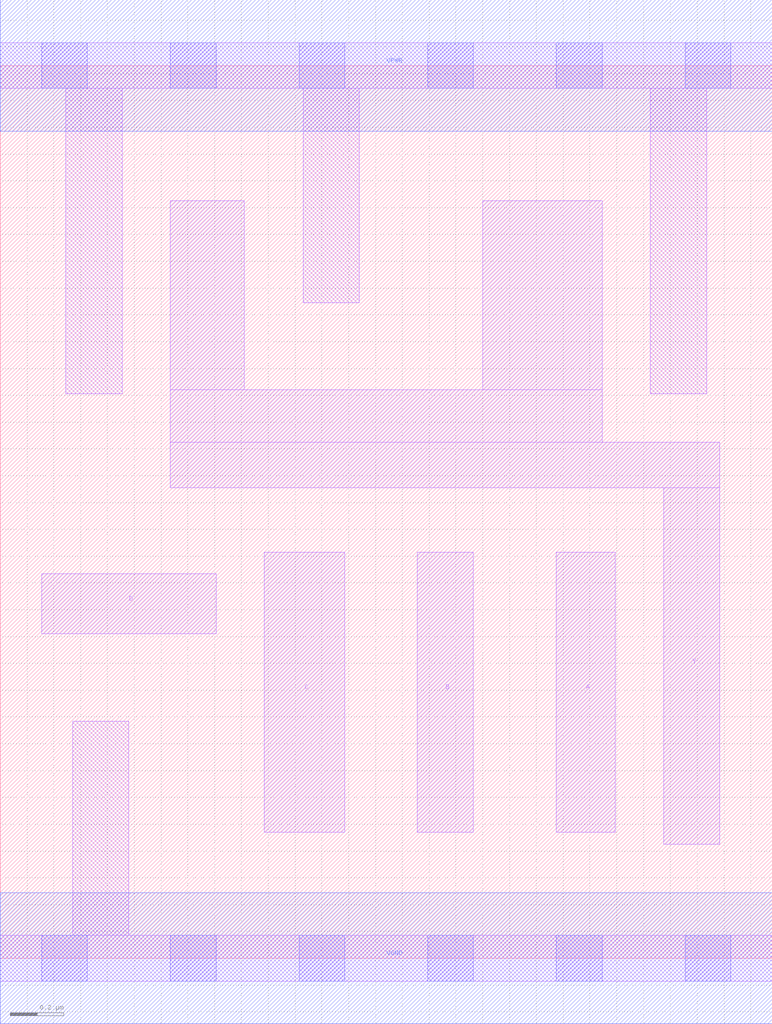
<source format=lef>
# Copyright 2020 The SkyWater PDK Authors
#
# Licensed under the Apache License, Version 2.0 (the "License");
# you may not use this file except in compliance with the License.
# You may obtain a copy of the License at
#
#     https://www.apache.org/licenses/LICENSE-2.0
#
# Unless required by applicable law or agreed to in writing, software
# distributed under the License is distributed on an "AS IS" BASIS,
# WITHOUT WARRANTIES OR CONDITIONS OF ANY KIND, either express or implied.
# See the License for the specific language governing permissions and
# limitations under the License.
#
# SPDX-License-Identifier: Apache-2.0

VERSION 5.7 ;
  NOWIREEXTENSIONATPIN ON ;
  DIVIDERCHAR "/" ;
  BUSBITCHARS "[]" ;
UNITS
  DATABASE MICRONS 200 ;
END UNITS
MACRO sky130_fd_sc_lp__nand4_1
  CLASS CORE ;
  FOREIGN sky130_fd_sc_lp__nand4_1 ;
  ORIGIN  0.000000  0.000000 ;
  SIZE  2.880000 BY  3.330000 ;
  SYMMETRY X Y R90 ;
  SITE unit ;
  PIN A
    ANTENNAGATEAREA  0.315000 ;
    DIRECTION INPUT ;
    USE SIGNAL ;
    PORT
      LAYER li1 ;
        RECT 2.075000 0.470000 2.295000 1.515000 ;
    END
  END A
  PIN B
    ANTENNAGATEAREA  0.315000 ;
    DIRECTION INPUT ;
    USE SIGNAL ;
    PORT
      LAYER li1 ;
        RECT 1.555000 0.470000 1.765000 1.515000 ;
    END
  END B
  PIN C
    ANTENNAGATEAREA  0.315000 ;
    DIRECTION INPUT ;
    USE SIGNAL ;
    PORT
      LAYER li1 ;
        RECT 0.985000 0.470000 1.285000 1.515000 ;
    END
  END C
  PIN D
    ANTENNAGATEAREA  0.315000 ;
    DIRECTION INPUT ;
    USE SIGNAL ;
    PORT
      LAYER li1 ;
        RECT 0.155000 1.210000 0.805000 1.435000 ;
    END
  END D
  PIN Y
    ANTENNADIFFAREA  1.134000 ;
    DIRECTION OUTPUT ;
    USE SIGNAL ;
    PORT
      LAYER li1 ;
        RECT 0.635000 1.755000 2.685000 1.925000 ;
        RECT 0.635000 1.925000 2.245000 2.120000 ;
        RECT 0.635000 2.120000 0.910000 2.825000 ;
        RECT 1.800000 2.120000 2.245000 2.825000 ;
        RECT 2.475000 0.425000 2.685000 1.755000 ;
    END
  END Y
  PIN VGND
    DIRECTION INOUT ;
    USE GROUND ;
    PORT
      LAYER met1 ;
        RECT 0.000000 -0.245000 2.880000 0.245000 ;
    END
  END VGND
  PIN VPWR
    DIRECTION INOUT ;
    USE POWER ;
    PORT
      LAYER met1 ;
        RECT 0.000000 3.085000 2.880000 3.575000 ;
    END
  END VPWR
  OBS
    LAYER li1 ;
      RECT 0.000000 -0.085000 2.880000 0.085000 ;
      RECT 0.000000  3.245000 2.880000 3.415000 ;
      RECT 0.245000  2.105000 0.455000 3.245000 ;
      RECT 0.270000  0.085000 0.480000 0.885000 ;
      RECT 1.130000  2.445000 1.340000 3.245000 ;
      RECT 2.425000  2.105000 2.635000 3.245000 ;
    LAYER mcon ;
      RECT 0.155000 -0.085000 0.325000 0.085000 ;
      RECT 0.155000  3.245000 0.325000 3.415000 ;
      RECT 0.635000 -0.085000 0.805000 0.085000 ;
      RECT 0.635000  3.245000 0.805000 3.415000 ;
      RECT 1.115000 -0.085000 1.285000 0.085000 ;
      RECT 1.115000  3.245000 1.285000 3.415000 ;
      RECT 1.595000 -0.085000 1.765000 0.085000 ;
      RECT 1.595000  3.245000 1.765000 3.415000 ;
      RECT 2.075000 -0.085000 2.245000 0.085000 ;
      RECT 2.075000  3.245000 2.245000 3.415000 ;
      RECT 2.555000 -0.085000 2.725000 0.085000 ;
      RECT 2.555000  3.245000 2.725000 3.415000 ;
  END
END sky130_fd_sc_lp__nand4_1
END LIBRARY

</source>
